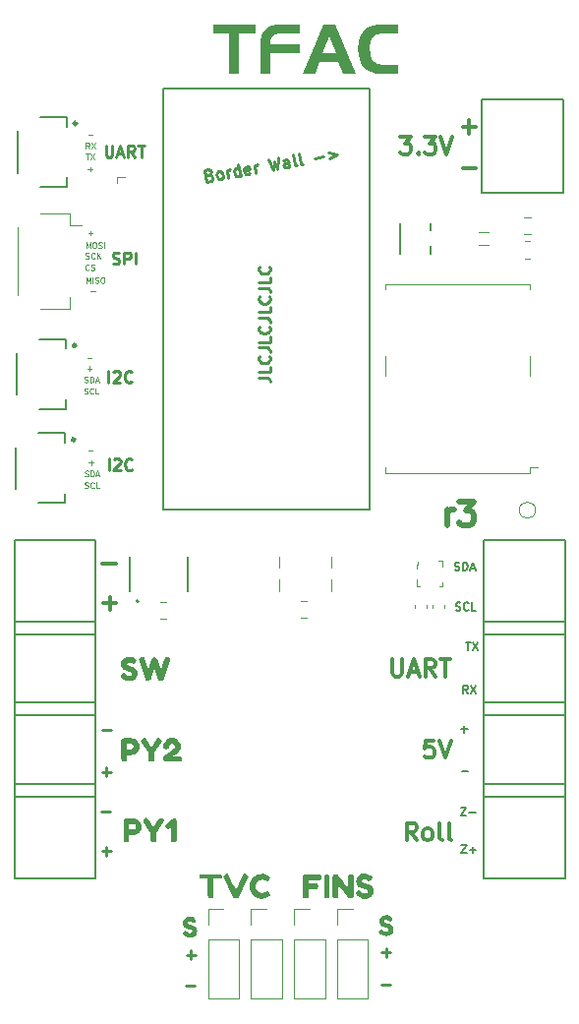
<source format=gbr>
%TF.GenerationSoftware,KiCad,Pcbnew,7.0.5*%
%TF.CreationDate,2023-07-17T20:29:58+05:30*%
%TF.ProjectId,Flight_Computer,466c6967-6874-45f4-936f-6d7075746572,rev?*%
%TF.SameCoordinates,Original*%
%TF.FileFunction,Legend,Top*%
%TF.FilePolarity,Positive*%
%FSLAX46Y46*%
G04 Gerber Fmt 4.6, Leading zero omitted, Abs format (unit mm)*
G04 Created by KiCad (PCBNEW 7.0.5) date 2023-07-17 20:29:58*
%MOMM*%
%LPD*%
G01*
G04 APERTURE LIST*
%ADD10C,0.250000*%
%ADD11C,0.175000*%
%ADD12C,0.125000*%
%ADD13C,0.375000*%
%ADD14C,0.300000*%
%ADD15C,0.500000*%
%ADD16C,0.127000*%
%ADD17C,0.120000*%
%ADD18C,0.100000*%
%ADD19C,0.200000*%
G04 APERTURE END LIST*
D10*
X158963172Y-149904491D02*
X159725077Y-149904491D01*
X159344124Y-150285444D02*
X159344124Y-149523539D01*
D11*
X165341666Y-120431400D02*
X165441666Y-120464733D01*
X165441666Y-120464733D02*
X165608333Y-120464733D01*
X165608333Y-120464733D02*
X165674999Y-120431400D01*
X165674999Y-120431400D02*
X165708333Y-120398066D01*
X165708333Y-120398066D02*
X165741666Y-120331400D01*
X165741666Y-120331400D02*
X165741666Y-120264733D01*
X165741666Y-120264733D02*
X165708333Y-120198066D01*
X165708333Y-120198066D02*
X165674999Y-120164733D01*
X165674999Y-120164733D02*
X165608333Y-120131400D01*
X165608333Y-120131400D02*
X165474999Y-120098066D01*
X165474999Y-120098066D02*
X165408333Y-120064733D01*
X165408333Y-120064733D02*
X165374999Y-120031400D01*
X165374999Y-120031400D02*
X165341666Y-119964733D01*
X165341666Y-119964733D02*
X165341666Y-119898066D01*
X165341666Y-119898066D02*
X165374999Y-119831400D01*
X165374999Y-119831400D02*
X165408333Y-119798066D01*
X165408333Y-119798066D02*
X165474999Y-119764733D01*
X165474999Y-119764733D02*
X165641666Y-119764733D01*
X165641666Y-119764733D02*
X165741666Y-119798066D01*
X166441666Y-120398066D02*
X166408333Y-120431400D01*
X166408333Y-120431400D02*
X166308333Y-120464733D01*
X166308333Y-120464733D02*
X166241666Y-120464733D01*
X166241666Y-120464733D02*
X166141666Y-120431400D01*
X166141666Y-120431400D02*
X166075000Y-120364733D01*
X166075000Y-120364733D02*
X166041666Y-120298066D01*
X166041666Y-120298066D02*
X166008333Y-120164733D01*
X166008333Y-120164733D02*
X166008333Y-120064733D01*
X166008333Y-120064733D02*
X166041666Y-119931400D01*
X166041666Y-119931400D02*
X166075000Y-119864733D01*
X166075000Y-119864733D02*
X166141666Y-119798066D01*
X166141666Y-119798066D02*
X166241666Y-119764733D01*
X166241666Y-119764733D02*
X166308333Y-119764733D01*
X166308333Y-119764733D02*
X166408333Y-119798066D01*
X166408333Y-119798066D02*
X166441666Y-119831400D01*
X167075000Y-120464733D02*
X166741666Y-120464733D01*
X166741666Y-120464733D02*
X166741666Y-119764733D01*
X166216666Y-123189733D02*
X166616666Y-123189733D01*
X166416666Y-123889733D02*
X166416666Y-123189733D01*
X166783333Y-123189733D02*
X167249999Y-123889733D01*
X167249999Y-123189733D02*
X166783333Y-123889733D01*
D12*
X133659523Y-106734333D02*
X134040476Y-106734333D01*
D10*
X148349619Y-100419048D02*
X149063904Y-100419048D01*
X149063904Y-100419048D02*
X149206761Y-100466667D01*
X149206761Y-100466667D02*
X149302000Y-100561905D01*
X149302000Y-100561905D02*
X149349619Y-100704762D01*
X149349619Y-100704762D02*
X149349619Y-100800000D01*
X149349619Y-99466667D02*
X149349619Y-99942857D01*
X149349619Y-99942857D02*
X148349619Y-99942857D01*
X149254380Y-98561905D02*
X149302000Y-98609524D01*
X149302000Y-98609524D02*
X149349619Y-98752381D01*
X149349619Y-98752381D02*
X149349619Y-98847619D01*
X149349619Y-98847619D02*
X149302000Y-98990476D01*
X149302000Y-98990476D02*
X149206761Y-99085714D01*
X149206761Y-99085714D02*
X149111523Y-99133333D01*
X149111523Y-99133333D02*
X148921047Y-99180952D01*
X148921047Y-99180952D02*
X148778190Y-99180952D01*
X148778190Y-99180952D02*
X148587714Y-99133333D01*
X148587714Y-99133333D02*
X148492476Y-99085714D01*
X148492476Y-99085714D02*
X148397238Y-98990476D01*
X148397238Y-98990476D02*
X148349619Y-98847619D01*
X148349619Y-98847619D02*
X148349619Y-98752381D01*
X148349619Y-98752381D02*
X148397238Y-98609524D01*
X148397238Y-98609524D02*
X148444857Y-98561905D01*
X148349619Y-97847619D02*
X149063904Y-97847619D01*
X149063904Y-97847619D02*
X149206761Y-97895238D01*
X149206761Y-97895238D02*
X149302000Y-97990476D01*
X149302000Y-97990476D02*
X149349619Y-98133333D01*
X149349619Y-98133333D02*
X149349619Y-98228571D01*
X149349619Y-96895238D02*
X149349619Y-97371428D01*
X149349619Y-97371428D02*
X148349619Y-97371428D01*
X149254380Y-95990476D02*
X149302000Y-96038095D01*
X149302000Y-96038095D02*
X149349619Y-96180952D01*
X149349619Y-96180952D02*
X149349619Y-96276190D01*
X149349619Y-96276190D02*
X149302000Y-96419047D01*
X149302000Y-96419047D02*
X149206761Y-96514285D01*
X149206761Y-96514285D02*
X149111523Y-96561904D01*
X149111523Y-96561904D02*
X148921047Y-96609523D01*
X148921047Y-96609523D02*
X148778190Y-96609523D01*
X148778190Y-96609523D02*
X148587714Y-96561904D01*
X148587714Y-96561904D02*
X148492476Y-96514285D01*
X148492476Y-96514285D02*
X148397238Y-96419047D01*
X148397238Y-96419047D02*
X148349619Y-96276190D01*
X148349619Y-96276190D02*
X148349619Y-96180952D01*
X148349619Y-96180952D02*
X148397238Y-96038095D01*
X148397238Y-96038095D02*
X148444857Y-95990476D01*
X148349619Y-95276190D02*
X149063904Y-95276190D01*
X149063904Y-95276190D02*
X149206761Y-95323809D01*
X149206761Y-95323809D02*
X149302000Y-95419047D01*
X149302000Y-95419047D02*
X149349619Y-95561904D01*
X149349619Y-95561904D02*
X149349619Y-95657142D01*
X149349619Y-94323809D02*
X149349619Y-94799999D01*
X149349619Y-94799999D02*
X148349619Y-94799999D01*
X149254380Y-93419047D02*
X149302000Y-93466666D01*
X149302000Y-93466666D02*
X149349619Y-93609523D01*
X149349619Y-93609523D02*
X149349619Y-93704761D01*
X149349619Y-93704761D02*
X149302000Y-93847618D01*
X149302000Y-93847618D02*
X149206761Y-93942856D01*
X149206761Y-93942856D02*
X149111523Y-93990475D01*
X149111523Y-93990475D02*
X148921047Y-94038094D01*
X148921047Y-94038094D02*
X148778190Y-94038094D01*
X148778190Y-94038094D02*
X148587714Y-93990475D01*
X148587714Y-93990475D02*
X148492476Y-93942856D01*
X148492476Y-93942856D02*
X148397238Y-93847618D01*
X148397238Y-93847618D02*
X148349619Y-93704761D01*
X148349619Y-93704761D02*
X148349619Y-93609523D01*
X148349619Y-93609523D02*
X148397238Y-93466666D01*
X148397238Y-93466666D02*
X148444857Y-93419047D01*
X148349619Y-92704761D02*
X149063904Y-92704761D01*
X149063904Y-92704761D02*
X149206761Y-92752380D01*
X149206761Y-92752380D02*
X149302000Y-92847618D01*
X149302000Y-92847618D02*
X149349619Y-92990475D01*
X149349619Y-92990475D02*
X149349619Y-93085713D01*
X149349619Y-91752380D02*
X149349619Y-92228570D01*
X149349619Y-92228570D02*
X148349619Y-92228570D01*
X149254380Y-90847618D02*
X149302000Y-90895237D01*
X149302000Y-90895237D02*
X149349619Y-91038094D01*
X149349619Y-91038094D02*
X149349619Y-91133332D01*
X149349619Y-91133332D02*
X149302000Y-91276189D01*
X149302000Y-91276189D02*
X149206761Y-91371427D01*
X149206761Y-91371427D02*
X149111523Y-91419046D01*
X149111523Y-91419046D02*
X148921047Y-91466665D01*
X148921047Y-91466665D02*
X148778190Y-91466665D01*
X148778190Y-91466665D02*
X148587714Y-91419046D01*
X148587714Y-91419046D02*
X148492476Y-91371427D01*
X148492476Y-91371427D02*
X148397238Y-91276189D01*
X148397238Y-91276189D02*
X148349619Y-91133332D01*
X148349619Y-91133332D02*
X148349619Y-91038094D01*
X148349619Y-91038094D02*
X148397238Y-90895237D01*
X148397238Y-90895237D02*
X148444857Y-90847618D01*
D12*
X133329762Y-101801000D02*
X133401190Y-101824809D01*
X133401190Y-101824809D02*
X133520238Y-101824809D01*
X133520238Y-101824809D02*
X133567857Y-101801000D01*
X133567857Y-101801000D02*
X133591666Y-101777190D01*
X133591666Y-101777190D02*
X133615476Y-101729571D01*
X133615476Y-101729571D02*
X133615476Y-101681952D01*
X133615476Y-101681952D02*
X133591666Y-101634333D01*
X133591666Y-101634333D02*
X133567857Y-101610523D01*
X133567857Y-101610523D02*
X133520238Y-101586714D01*
X133520238Y-101586714D02*
X133425000Y-101562904D01*
X133425000Y-101562904D02*
X133377381Y-101539095D01*
X133377381Y-101539095D02*
X133353571Y-101515285D01*
X133353571Y-101515285D02*
X133329762Y-101467666D01*
X133329762Y-101467666D02*
X133329762Y-101420047D01*
X133329762Y-101420047D02*
X133353571Y-101372428D01*
X133353571Y-101372428D02*
X133377381Y-101348619D01*
X133377381Y-101348619D02*
X133425000Y-101324809D01*
X133425000Y-101324809D02*
X133544047Y-101324809D01*
X133544047Y-101324809D02*
X133615476Y-101348619D01*
X134115475Y-101777190D02*
X134091666Y-101801000D01*
X134091666Y-101801000D02*
X134020237Y-101824809D01*
X134020237Y-101824809D02*
X133972618Y-101824809D01*
X133972618Y-101824809D02*
X133901190Y-101801000D01*
X133901190Y-101801000D02*
X133853571Y-101753380D01*
X133853571Y-101753380D02*
X133829761Y-101705761D01*
X133829761Y-101705761D02*
X133805952Y-101610523D01*
X133805952Y-101610523D02*
X133805952Y-101539095D01*
X133805952Y-101539095D02*
X133829761Y-101443857D01*
X133829761Y-101443857D02*
X133853571Y-101396238D01*
X133853571Y-101396238D02*
X133901190Y-101348619D01*
X133901190Y-101348619D02*
X133972618Y-101324809D01*
X133972618Y-101324809D02*
X134020237Y-101324809D01*
X134020237Y-101324809D02*
X134091666Y-101348619D01*
X134091666Y-101348619D02*
X134115475Y-101372428D01*
X134567856Y-101824809D02*
X134329761Y-101824809D01*
X134329761Y-101824809D02*
X134329761Y-101324809D01*
X133734523Y-107734333D02*
X134115476Y-107734333D01*
X133924999Y-107924809D02*
X133924999Y-107543857D01*
D11*
X165783333Y-140664733D02*
X166249999Y-140664733D01*
X166249999Y-140664733D02*
X165783333Y-141364733D01*
X165783333Y-141364733D02*
X166249999Y-141364733D01*
X166516666Y-141098066D02*
X167050000Y-141098066D01*
X166783333Y-141364733D02*
X166783333Y-140831400D01*
D13*
X161950000Y-140249428D02*
X161450000Y-139535142D01*
X161092857Y-140249428D02*
X161092857Y-138749428D01*
X161092857Y-138749428D02*
X161664286Y-138749428D01*
X161664286Y-138749428D02*
X161807143Y-138820857D01*
X161807143Y-138820857D02*
X161878572Y-138892285D01*
X161878572Y-138892285D02*
X161950000Y-139035142D01*
X161950000Y-139035142D02*
X161950000Y-139249428D01*
X161950000Y-139249428D02*
X161878572Y-139392285D01*
X161878572Y-139392285D02*
X161807143Y-139463714D01*
X161807143Y-139463714D02*
X161664286Y-139535142D01*
X161664286Y-139535142D02*
X161092857Y-139535142D01*
X162807143Y-140249428D02*
X162664286Y-140178000D01*
X162664286Y-140178000D02*
X162592857Y-140106571D01*
X162592857Y-140106571D02*
X162521429Y-139963714D01*
X162521429Y-139963714D02*
X162521429Y-139535142D01*
X162521429Y-139535142D02*
X162592857Y-139392285D01*
X162592857Y-139392285D02*
X162664286Y-139320857D01*
X162664286Y-139320857D02*
X162807143Y-139249428D01*
X162807143Y-139249428D02*
X163021429Y-139249428D01*
X163021429Y-139249428D02*
X163164286Y-139320857D01*
X163164286Y-139320857D02*
X163235715Y-139392285D01*
X163235715Y-139392285D02*
X163307143Y-139535142D01*
X163307143Y-139535142D02*
X163307143Y-139963714D01*
X163307143Y-139963714D02*
X163235715Y-140106571D01*
X163235715Y-140106571D02*
X163164286Y-140178000D01*
X163164286Y-140178000D02*
X163021429Y-140249428D01*
X163021429Y-140249428D02*
X162807143Y-140249428D01*
X164164286Y-140249428D02*
X164021429Y-140178000D01*
X164021429Y-140178000D02*
X163950000Y-140035142D01*
X163950000Y-140035142D02*
X163950000Y-138749428D01*
X164950000Y-140249428D02*
X164807143Y-140178000D01*
X164807143Y-140178000D02*
X164735714Y-140035142D01*
X164735714Y-140035142D02*
X164735714Y-138749428D01*
D14*
X160535714Y-79678328D02*
X161464286Y-79678328D01*
X161464286Y-79678328D02*
X160964286Y-80249757D01*
X160964286Y-80249757D02*
X161178571Y-80249757D01*
X161178571Y-80249757D02*
X161321429Y-80321185D01*
X161321429Y-80321185D02*
X161392857Y-80392614D01*
X161392857Y-80392614D02*
X161464286Y-80535471D01*
X161464286Y-80535471D02*
X161464286Y-80892614D01*
X161464286Y-80892614D02*
X161392857Y-81035471D01*
X161392857Y-81035471D02*
X161321429Y-81106900D01*
X161321429Y-81106900D02*
X161178571Y-81178328D01*
X161178571Y-81178328D02*
X160750000Y-81178328D01*
X160750000Y-81178328D02*
X160607143Y-81106900D01*
X160607143Y-81106900D02*
X160535714Y-81035471D01*
X162107142Y-81035471D02*
X162178571Y-81106900D01*
X162178571Y-81106900D02*
X162107142Y-81178328D01*
X162107142Y-81178328D02*
X162035714Y-81106900D01*
X162035714Y-81106900D02*
X162107142Y-81035471D01*
X162107142Y-81035471D02*
X162107142Y-81178328D01*
X162678571Y-79678328D02*
X163607143Y-79678328D01*
X163607143Y-79678328D02*
X163107143Y-80249757D01*
X163107143Y-80249757D02*
X163321428Y-80249757D01*
X163321428Y-80249757D02*
X163464286Y-80321185D01*
X163464286Y-80321185D02*
X163535714Y-80392614D01*
X163535714Y-80392614D02*
X163607143Y-80535471D01*
X163607143Y-80535471D02*
X163607143Y-80892614D01*
X163607143Y-80892614D02*
X163535714Y-81035471D01*
X163535714Y-81035471D02*
X163464286Y-81106900D01*
X163464286Y-81106900D02*
X163321428Y-81178328D01*
X163321428Y-81178328D02*
X162892857Y-81178328D01*
X162892857Y-81178328D02*
X162750000Y-81106900D01*
X162750000Y-81106900D02*
X162678571Y-81035471D01*
X164035714Y-79678328D02*
X164535714Y-81178328D01*
X164535714Y-81178328D02*
X165035714Y-79678328D01*
D13*
X134903571Y-116428000D02*
X136046429Y-116428000D01*
D12*
X133469048Y-81149809D02*
X133754762Y-81149809D01*
X133611905Y-81649809D02*
X133611905Y-81149809D01*
X133873809Y-81149809D02*
X134207142Y-81649809D01*
X134207142Y-81149809D02*
X133873809Y-81649809D01*
X133392858Y-108901000D02*
X133464286Y-108924809D01*
X133464286Y-108924809D02*
X133583334Y-108924809D01*
X133583334Y-108924809D02*
X133630953Y-108901000D01*
X133630953Y-108901000D02*
X133654762Y-108877190D01*
X133654762Y-108877190D02*
X133678572Y-108829571D01*
X133678572Y-108829571D02*
X133678572Y-108781952D01*
X133678572Y-108781952D02*
X133654762Y-108734333D01*
X133654762Y-108734333D02*
X133630953Y-108710523D01*
X133630953Y-108710523D02*
X133583334Y-108686714D01*
X133583334Y-108686714D02*
X133488096Y-108662904D01*
X133488096Y-108662904D02*
X133440477Y-108639095D01*
X133440477Y-108639095D02*
X133416667Y-108615285D01*
X133416667Y-108615285D02*
X133392858Y-108567666D01*
X133392858Y-108567666D02*
X133392858Y-108520047D01*
X133392858Y-108520047D02*
X133416667Y-108472428D01*
X133416667Y-108472428D02*
X133440477Y-108448619D01*
X133440477Y-108448619D02*
X133488096Y-108424809D01*
X133488096Y-108424809D02*
X133607143Y-108424809D01*
X133607143Y-108424809D02*
X133678572Y-108448619D01*
X133892857Y-108924809D02*
X133892857Y-108424809D01*
X133892857Y-108424809D02*
X134011905Y-108424809D01*
X134011905Y-108424809D02*
X134083333Y-108448619D01*
X134083333Y-108448619D02*
X134130952Y-108496238D01*
X134130952Y-108496238D02*
X134154762Y-108543857D01*
X134154762Y-108543857D02*
X134178571Y-108639095D01*
X134178571Y-108639095D02*
X134178571Y-108710523D01*
X134178571Y-108710523D02*
X134154762Y-108805761D01*
X134154762Y-108805761D02*
X134130952Y-108853380D01*
X134130952Y-108853380D02*
X134083333Y-108901000D01*
X134083333Y-108901000D02*
X134011905Y-108924809D01*
X134011905Y-108924809D02*
X133892857Y-108924809D01*
X134369048Y-108781952D02*
X134607143Y-108781952D01*
X134321429Y-108924809D02*
X134488095Y-108424809D01*
X134488095Y-108424809D02*
X134654762Y-108924809D01*
D10*
X134869048Y-141168666D02*
X135630953Y-141168666D01*
X135250000Y-141549619D02*
X135250000Y-140787714D01*
X134844048Y-134368666D02*
X135605953Y-134368666D01*
X135225000Y-134749619D02*
X135225000Y-133987714D01*
D11*
X165758333Y-137389733D02*
X166224999Y-137389733D01*
X166224999Y-137389733D02*
X165758333Y-138089733D01*
X165758333Y-138089733D02*
X166224999Y-138089733D01*
X166491666Y-137823066D02*
X167025000Y-137823066D01*
D10*
X135776191Y-90602000D02*
X135919048Y-90649619D01*
X135919048Y-90649619D02*
X136157143Y-90649619D01*
X136157143Y-90649619D02*
X136252381Y-90602000D01*
X136252381Y-90602000D02*
X136300000Y-90554380D01*
X136300000Y-90554380D02*
X136347619Y-90459142D01*
X136347619Y-90459142D02*
X136347619Y-90363904D01*
X136347619Y-90363904D02*
X136300000Y-90268666D01*
X136300000Y-90268666D02*
X136252381Y-90221047D01*
X136252381Y-90221047D02*
X136157143Y-90173428D01*
X136157143Y-90173428D02*
X135966667Y-90125809D01*
X135966667Y-90125809D02*
X135871429Y-90078190D01*
X135871429Y-90078190D02*
X135823810Y-90030571D01*
X135823810Y-90030571D02*
X135776191Y-89935333D01*
X135776191Y-89935333D02*
X135776191Y-89840095D01*
X135776191Y-89840095D02*
X135823810Y-89744857D01*
X135823810Y-89744857D02*
X135871429Y-89697238D01*
X135871429Y-89697238D02*
X135966667Y-89649619D01*
X135966667Y-89649619D02*
X136204762Y-89649619D01*
X136204762Y-89649619D02*
X136347619Y-89697238D01*
X136776191Y-90649619D02*
X136776191Y-89649619D01*
X136776191Y-89649619D02*
X137157143Y-89649619D01*
X137157143Y-89649619D02*
X137252381Y-89697238D01*
X137252381Y-89697238D02*
X137300000Y-89744857D01*
X137300000Y-89744857D02*
X137347619Y-89840095D01*
X137347619Y-89840095D02*
X137347619Y-89982952D01*
X137347619Y-89982952D02*
X137300000Y-90078190D01*
X137300000Y-90078190D02*
X137252381Y-90125809D01*
X137252381Y-90125809D02*
X137157143Y-90173428D01*
X137157143Y-90173428D02*
X136776191Y-90173428D01*
X137776191Y-90649619D02*
X137776191Y-89649619D01*
X134819048Y-137743666D02*
X135580953Y-137743666D01*
D11*
X165833333Y-134323066D02*
X166366667Y-134323066D01*
D10*
X158963172Y-152654491D02*
X159725077Y-152654491D01*
D12*
X133716666Y-91127190D02*
X133692857Y-91151000D01*
X133692857Y-91151000D02*
X133621428Y-91174809D01*
X133621428Y-91174809D02*
X133573809Y-91174809D01*
X133573809Y-91174809D02*
X133502381Y-91151000D01*
X133502381Y-91151000D02*
X133454762Y-91103380D01*
X133454762Y-91103380D02*
X133430952Y-91055761D01*
X133430952Y-91055761D02*
X133407143Y-90960523D01*
X133407143Y-90960523D02*
X133407143Y-90889095D01*
X133407143Y-90889095D02*
X133430952Y-90793857D01*
X133430952Y-90793857D02*
X133454762Y-90746238D01*
X133454762Y-90746238D02*
X133502381Y-90698619D01*
X133502381Y-90698619D02*
X133573809Y-90674809D01*
X133573809Y-90674809D02*
X133621428Y-90674809D01*
X133621428Y-90674809D02*
X133692857Y-90698619D01*
X133692857Y-90698619D02*
X133716666Y-90722428D01*
X133907143Y-91151000D02*
X133978571Y-91174809D01*
X133978571Y-91174809D02*
X134097619Y-91174809D01*
X134097619Y-91174809D02*
X134145238Y-91151000D01*
X134145238Y-91151000D02*
X134169047Y-91127190D01*
X134169047Y-91127190D02*
X134192857Y-91079571D01*
X134192857Y-91079571D02*
X134192857Y-91031952D01*
X134192857Y-91031952D02*
X134169047Y-90984333D01*
X134169047Y-90984333D02*
X134145238Y-90960523D01*
X134145238Y-90960523D02*
X134097619Y-90936714D01*
X134097619Y-90936714D02*
X134002381Y-90912904D01*
X134002381Y-90912904D02*
X133954762Y-90889095D01*
X133954762Y-90889095D02*
X133930952Y-90865285D01*
X133930952Y-90865285D02*
X133907143Y-90817666D01*
X133907143Y-90817666D02*
X133907143Y-90770047D01*
X133907143Y-90770047D02*
X133930952Y-90722428D01*
X133930952Y-90722428D02*
X133954762Y-90698619D01*
X133954762Y-90698619D02*
X134002381Y-90674809D01*
X134002381Y-90674809D02*
X134121428Y-90674809D01*
X134121428Y-90674809D02*
X134192857Y-90698619D01*
X133584523Y-98734333D02*
X133965476Y-98734333D01*
X133659523Y-79559333D02*
X134040476Y-79559333D01*
D11*
X165250000Y-116981400D02*
X165350000Y-117014733D01*
X165350000Y-117014733D02*
X165516667Y-117014733D01*
X165516667Y-117014733D02*
X165583333Y-116981400D01*
X165583333Y-116981400D02*
X165616667Y-116948066D01*
X165616667Y-116948066D02*
X165650000Y-116881400D01*
X165650000Y-116881400D02*
X165650000Y-116814733D01*
X165650000Y-116814733D02*
X165616667Y-116748066D01*
X165616667Y-116748066D02*
X165583333Y-116714733D01*
X165583333Y-116714733D02*
X165516667Y-116681400D01*
X165516667Y-116681400D02*
X165383333Y-116648066D01*
X165383333Y-116648066D02*
X165316667Y-116614733D01*
X165316667Y-116614733D02*
X165283333Y-116581400D01*
X165283333Y-116581400D02*
X165250000Y-116514733D01*
X165250000Y-116514733D02*
X165250000Y-116448066D01*
X165250000Y-116448066D02*
X165283333Y-116381400D01*
X165283333Y-116381400D02*
X165316667Y-116348066D01*
X165316667Y-116348066D02*
X165383333Y-116314733D01*
X165383333Y-116314733D02*
X165550000Y-116314733D01*
X165550000Y-116314733D02*
X165650000Y-116348066D01*
X165950000Y-117014733D02*
X165950000Y-116314733D01*
X165950000Y-116314733D02*
X166116667Y-116314733D01*
X166116667Y-116314733D02*
X166216667Y-116348066D01*
X166216667Y-116348066D02*
X166283334Y-116414733D01*
X166283334Y-116414733D02*
X166316667Y-116481400D01*
X166316667Y-116481400D02*
X166350000Y-116614733D01*
X166350000Y-116614733D02*
X166350000Y-116714733D01*
X166350000Y-116714733D02*
X166316667Y-116848066D01*
X166316667Y-116848066D02*
X166283334Y-116914733D01*
X166283334Y-116914733D02*
X166216667Y-116981400D01*
X166216667Y-116981400D02*
X166116667Y-117014733D01*
X166116667Y-117014733D02*
X165950000Y-117014733D01*
X166616667Y-116814733D02*
X166950000Y-116814733D01*
X166550000Y-117014733D02*
X166783334Y-116314733D01*
X166783334Y-116314733D02*
X167016667Y-117014733D01*
D10*
X142138172Y-150094491D02*
X142900077Y-150094491D01*
X142519124Y-150475444D02*
X142519124Y-149713539D01*
D14*
X165928571Y-82356900D02*
X167071429Y-82356900D01*
D11*
X165808333Y-130698066D02*
X166341667Y-130698066D01*
X166075000Y-130964733D02*
X166075000Y-130431400D01*
D15*
X164579762Y-113099238D02*
X164579762Y-111765904D01*
X164579762Y-112146857D02*
X164675000Y-111956380D01*
X164675000Y-111956380D02*
X164770238Y-111861142D01*
X164770238Y-111861142D02*
X164960714Y-111765904D01*
X164960714Y-111765904D02*
X165151191Y-111765904D01*
X165627381Y-111099238D02*
X166865476Y-111099238D01*
X166865476Y-111099238D02*
X166198809Y-111861142D01*
X166198809Y-111861142D02*
X166484524Y-111861142D01*
X166484524Y-111861142D02*
X166675000Y-111956380D01*
X166675000Y-111956380D02*
X166770238Y-112051619D01*
X166770238Y-112051619D02*
X166865476Y-112242095D01*
X166865476Y-112242095D02*
X166865476Y-112718285D01*
X166865476Y-112718285D02*
X166770238Y-112908761D01*
X166770238Y-112908761D02*
X166675000Y-113004000D01*
X166675000Y-113004000D02*
X166484524Y-113099238D01*
X166484524Y-113099238D02*
X165913095Y-113099238D01*
X165913095Y-113099238D02*
X165722619Y-113004000D01*
X165722619Y-113004000D02*
X165627381Y-112908761D01*
D11*
X166383333Y-127614733D02*
X166150000Y-127281400D01*
X165983333Y-127614733D02*
X165983333Y-126914733D01*
X165983333Y-126914733D02*
X166250000Y-126914733D01*
X166250000Y-126914733D02*
X166316667Y-126948066D01*
X166316667Y-126948066D02*
X166350000Y-126981400D01*
X166350000Y-126981400D02*
X166383333Y-127048066D01*
X166383333Y-127048066D02*
X166383333Y-127148066D01*
X166383333Y-127148066D02*
X166350000Y-127214733D01*
X166350000Y-127214733D02*
X166316667Y-127248066D01*
X166316667Y-127248066D02*
X166250000Y-127281400D01*
X166250000Y-127281400D02*
X165983333Y-127281400D01*
X166616667Y-126914733D02*
X167083333Y-127614733D01*
X167083333Y-126914733D02*
X166616667Y-127614733D01*
D14*
X165928571Y-78856900D02*
X167071429Y-78856900D01*
X166500000Y-79428328D02*
X166500000Y-78285471D01*
D12*
X133766666Y-80724809D02*
X133600000Y-80486714D01*
X133480952Y-80724809D02*
X133480952Y-80224809D01*
X133480952Y-80224809D02*
X133671428Y-80224809D01*
X133671428Y-80224809D02*
X133719047Y-80248619D01*
X133719047Y-80248619D02*
X133742857Y-80272428D01*
X133742857Y-80272428D02*
X133766666Y-80320047D01*
X133766666Y-80320047D02*
X133766666Y-80391476D01*
X133766666Y-80391476D02*
X133742857Y-80439095D01*
X133742857Y-80439095D02*
X133719047Y-80462904D01*
X133719047Y-80462904D02*
X133671428Y-80486714D01*
X133671428Y-80486714D02*
X133480952Y-80486714D01*
X133933333Y-80224809D02*
X134266666Y-80724809D01*
X134266666Y-80224809D02*
X133933333Y-80724809D01*
X133634523Y-82484333D02*
X134015476Y-82484333D01*
X133824999Y-82674809D02*
X133824999Y-82293857D01*
D10*
X135179762Y-80424619D02*
X135179762Y-81234142D01*
X135179762Y-81234142D02*
X135227381Y-81329380D01*
X135227381Y-81329380D02*
X135275000Y-81377000D01*
X135275000Y-81377000D02*
X135370238Y-81424619D01*
X135370238Y-81424619D02*
X135560714Y-81424619D01*
X135560714Y-81424619D02*
X135655952Y-81377000D01*
X135655952Y-81377000D02*
X135703571Y-81329380D01*
X135703571Y-81329380D02*
X135751190Y-81234142D01*
X135751190Y-81234142D02*
X135751190Y-80424619D01*
X136179762Y-81138904D02*
X136655952Y-81138904D01*
X136084524Y-81424619D02*
X136417857Y-80424619D01*
X136417857Y-80424619D02*
X136751190Y-81424619D01*
X137655952Y-81424619D02*
X137322619Y-80948428D01*
X137084524Y-81424619D02*
X137084524Y-80424619D01*
X137084524Y-80424619D02*
X137465476Y-80424619D01*
X137465476Y-80424619D02*
X137560714Y-80472238D01*
X137560714Y-80472238D02*
X137608333Y-80519857D01*
X137608333Y-80519857D02*
X137655952Y-80615095D01*
X137655952Y-80615095D02*
X137655952Y-80757952D01*
X137655952Y-80757952D02*
X137608333Y-80853190D01*
X137608333Y-80853190D02*
X137560714Y-80900809D01*
X137560714Y-80900809D02*
X137465476Y-80948428D01*
X137465476Y-80948428D02*
X137084524Y-80948428D01*
X137941667Y-80424619D02*
X138513095Y-80424619D01*
X138227381Y-81424619D02*
X138227381Y-80424619D01*
D12*
X133432143Y-90151000D02*
X133503571Y-90174809D01*
X133503571Y-90174809D02*
X133622619Y-90174809D01*
X133622619Y-90174809D02*
X133670238Y-90151000D01*
X133670238Y-90151000D02*
X133694047Y-90127190D01*
X133694047Y-90127190D02*
X133717857Y-90079571D01*
X133717857Y-90079571D02*
X133717857Y-90031952D01*
X133717857Y-90031952D02*
X133694047Y-89984333D01*
X133694047Y-89984333D02*
X133670238Y-89960523D01*
X133670238Y-89960523D02*
X133622619Y-89936714D01*
X133622619Y-89936714D02*
X133527381Y-89912904D01*
X133527381Y-89912904D02*
X133479762Y-89889095D01*
X133479762Y-89889095D02*
X133455952Y-89865285D01*
X133455952Y-89865285D02*
X133432143Y-89817666D01*
X133432143Y-89817666D02*
X133432143Y-89770047D01*
X133432143Y-89770047D02*
X133455952Y-89722428D01*
X133455952Y-89722428D02*
X133479762Y-89698619D01*
X133479762Y-89698619D02*
X133527381Y-89674809D01*
X133527381Y-89674809D02*
X133646428Y-89674809D01*
X133646428Y-89674809D02*
X133717857Y-89698619D01*
X134217856Y-90127190D02*
X134194047Y-90151000D01*
X134194047Y-90151000D02*
X134122618Y-90174809D01*
X134122618Y-90174809D02*
X134074999Y-90174809D01*
X134074999Y-90174809D02*
X134003571Y-90151000D01*
X134003571Y-90151000D02*
X133955952Y-90103380D01*
X133955952Y-90103380D02*
X133932142Y-90055761D01*
X133932142Y-90055761D02*
X133908333Y-89960523D01*
X133908333Y-89960523D02*
X133908333Y-89889095D01*
X133908333Y-89889095D02*
X133932142Y-89793857D01*
X133932142Y-89793857D02*
X133955952Y-89746238D01*
X133955952Y-89746238D02*
X134003571Y-89698619D01*
X134003571Y-89698619D02*
X134074999Y-89674809D01*
X134074999Y-89674809D02*
X134122618Y-89674809D01*
X134122618Y-89674809D02*
X134194047Y-89698619D01*
X134194047Y-89698619D02*
X134217856Y-89722428D01*
X134432142Y-90174809D02*
X134432142Y-89674809D01*
X134717856Y-90174809D02*
X134503571Y-89889095D01*
X134717856Y-89674809D02*
X134432142Y-89960523D01*
X133379762Y-109901000D02*
X133451190Y-109924809D01*
X133451190Y-109924809D02*
X133570238Y-109924809D01*
X133570238Y-109924809D02*
X133617857Y-109901000D01*
X133617857Y-109901000D02*
X133641666Y-109877190D01*
X133641666Y-109877190D02*
X133665476Y-109829571D01*
X133665476Y-109829571D02*
X133665476Y-109781952D01*
X133665476Y-109781952D02*
X133641666Y-109734333D01*
X133641666Y-109734333D02*
X133617857Y-109710523D01*
X133617857Y-109710523D02*
X133570238Y-109686714D01*
X133570238Y-109686714D02*
X133475000Y-109662904D01*
X133475000Y-109662904D02*
X133427381Y-109639095D01*
X133427381Y-109639095D02*
X133403571Y-109615285D01*
X133403571Y-109615285D02*
X133379762Y-109567666D01*
X133379762Y-109567666D02*
X133379762Y-109520047D01*
X133379762Y-109520047D02*
X133403571Y-109472428D01*
X133403571Y-109472428D02*
X133427381Y-109448619D01*
X133427381Y-109448619D02*
X133475000Y-109424809D01*
X133475000Y-109424809D02*
X133594047Y-109424809D01*
X133594047Y-109424809D02*
X133665476Y-109448619D01*
X134165475Y-109877190D02*
X134141666Y-109901000D01*
X134141666Y-109901000D02*
X134070237Y-109924809D01*
X134070237Y-109924809D02*
X134022618Y-109924809D01*
X134022618Y-109924809D02*
X133951190Y-109901000D01*
X133951190Y-109901000D02*
X133903571Y-109853380D01*
X133903571Y-109853380D02*
X133879761Y-109805761D01*
X133879761Y-109805761D02*
X133855952Y-109710523D01*
X133855952Y-109710523D02*
X133855952Y-109639095D01*
X133855952Y-109639095D02*
X133879761Y-109543857D01*
X133879761Y-109543857D02*
X133903571Y-109496238D01*
X133903571Y-109496238D02*
X133951190Y-109448619D01*
X133951190Y-109448619D02*
X134022618Y-109424809D01*
X134022618Y-109424809D02*
X134070237Y-109424809D01*
X134070237Y-109424809D02*
X134141666Y-109448619D01*
X134141666Y-109448619D02*
X134165475Y-109472428D01*
X134617856Y-109924809D02*
X134379761Y-109924809D01*
X134379761Y-109924809D02*
X134379761Y-109424809D01*
D10*
X144110254Y-82973036D02*
X144259210Y-82995124D01*
X144259210Y-82995124D02*
X144314374Y-83033751D01*
X144314374Y-83033751D02*
X144377808Y-83119273D01*
X144377808Y-83119273D02*
X144402615Y-83259960D01*
X144402615Y-83259960D02*
X144372257Y-83362020D01*
X144372257Y-83362020D02*
X144333630Y-83417185D01*
X144333630Y-83417185D02*
X144248108Y-83480618D01*
X144248108Y-83480618D02*
X143872943Y-83546770D01*
X143872943Y-83546770D02*
X143699295Y-82561962D01*
X143699295Y-82561962D02*
X144027564Y-82504080D01*
X144027564Y-82504080D02*
X144129624Y-82534437D01*
X144129624Y-82534437D02*
X144184789Y-82573064D01*
X144184789Y-82573064D02*
X144248223Y-82658586D01*
X144248223Y-82658586D02*
X144264760Y-82752377D01*
X144264760Y-82752377D02*
X144234403Y-82854438D01*
X144234403Y-82854438D02*
X144195776Y-82909602D01*
X144195776Y-82909602D02*
X144110254Y-82973036D01*
X144110254Y-82973036D02*
X143781985Y-83030918D01*
X144998438Y-83348315D02*
X144896378Y-83317957D01*
X144896378Y-83317957D02*
X144841213Y-83279331D01*
X144841213Y-83279331D02*
X144777779Y-83193808D01*
X144777779Y-83193808D02*
X144728166Y-82912435D01*
X144728166Y-82912435D02*
X144758523Y-82810375D01*
X144758523Y-82810375D02*
X144797150Y-82755210D01*
X144797150Y-82755210D02*
X144882672Y-82691776D01*
X144882672Y-82691776D02*
X145023359Y-82666970D01*
X145023359Y-82666970D02*
X145125419Y-82697327D01*
X145125419Y-82697327D02*
X145180584Y-82735954D01*
X145180584Y-82735954D02*
X145244017Y-82821476D01*
X145244017Y-82821476D02*
X145293631Y-83102850D01*
X145293631Y-83102850D02*
X145263273Y-83204910D01*
X145263273Y-83204910D02*
X145224647Y-83260075D01*
X145224647Y-83260075D02*
X145139125Y-83323508D01*
X145139125Y-83323508D02*
X144998438Y-83348315D01*
X145748768Y-83216012D02*
X145633002Y-82559473D01*
X145666078Y-82747056D02*
X145696436Y-82644995D01*
X145696436Y-82644995D02*
X145735062Y-82589831D01*
X145735062Y-82589831D02*
X145820585Y-82526397D01*
X145820585Y-82526397D02*
X145914376Y-82509859D01*
X146780471Y-83034094D02*
X146606823Y-82049287D01*
X146772202Y-82987199D02*
X146686680Y-83050632D01*
X146686680Y-83050632D02*
X146499098Y-83083708D01*
X146499098Y-83083708D02*
X146397037Y-83053350D01*
X146397037Y-83053350D02*
X146341873Y-83014724D01*
X146341873Y-83014724D02*
X146278439Y-82929202D01*
X146278439Y-82929202D02*
X146228826Y-82647828D01*
X146228826Y-82647828D02*
X146259183Y-82545768D01*
X146259183Y-82545768D02*
X146297810Y-82490603D01*
X146297810Y-82490603D02*
X146383332Y-82427170D01*
X146383332Y-82427170D02*
X146570915Y-82394094D01*
X146570915Y-82394094D02*
X146672975Y-82424451D01*
X147616323Y-82838357D02*
X147530801Y-82901791D01*
X147530801Y-82901791D02*
X147343219Y-82934867D01*
X147343219Y-82934867D02*
X147241158Y-82904509D01*
X147241158Y-82904509D02*
X147177725Y-82818987D01*
X147177725Y-82818987D02*
X147111573Y-82443822D01*
X147111573Y-82443822D02*
X147141931Y-82341762D01*
X147141931Y-82341762D02*
X147227453Y-82278328D01*
X147227453Y-82278328D02*
X147415036Y-82245253D01*
X147415036Y-82245253D02*
X147517096Y-82275610D01*
X147517096Y-82275610D02*
X147580529Y-82361132D01*
X147580529Y-82361132D02*
X147597067Y-82454924D01*
X147597067Y-82454924D02*
X147144649Y-82631404D01*
X148093549Y-82802563D02*
X147977783Y-82146025D01*
X148010859Y-82333607D02*
X148041217Y-82231547D01*
X148041217Y-82231547D02*
X148079843Y-82176383D01*
X148079843Y-82176383D02*
X148165366Y-82112949D01*
X148165366Y-82112949D02*
X148259157Y-82096411D01*
X149186082Y-81594494D02*
X149594209Y-82537957D01*
X149594209Y-82537957D02*
X149657757Y-81801447D01*
X149657757Y-81801447D02*
X149969373Y-82471805D01*
X149969373Y-82471805D02*
X150030203Y-81445652D01*
X151001077Y-82289888D02*
X150910118Y-81774036D01*
X150910118Y-81774036D02*
X150846685Y-81688514D01*
X150846685Y-81688514D02*
X150744624Y-81658156D01*
X150744624Y-81658156D02*
X150557042Y-81691232D01*
X150557042Y-81691232D02*
X150471520Y-81754666D01*
X150992808Y-82242992D02*
X150907285Y-82306426D01*
X150907285Y-82306426D02*
X150672807Y-82347771D01*
X150672807Y-82347771D02*
X150570747Y-82317413D01*
X150570747Y-82317413D02*
X150507314Y-82231891D01*
X150507314Y-82231891D02*
X150490776Y-82138099D01*
X150490776Y-82138099D02*
X150521133Y-82036039D01*
X150521133Y-82036039D02*
X150606656Y-81972606D01*
X150606656Y-81972606D02*
X150841134Y-81931261D01*
X150841134Y-81931261D02*
X150926656Y-81867827D01*
X151610720Y-82182391D02*
X151508659Y-82152034D01*
X151508659Y-82152034D02*
X151445226Y-82066511D01*
X151445226Y-82066511D02*
X151296385Y-81222390D01*
X152126572Y-82091433D02*
X152024512Y-82061075D01*
X152024512Y-82061075D02*
X151961078Y-81975553D01*
X151961078Y-81975553D02*
X151812237Y-81131432D01*
X153185915Y-81517813D02*
X153936245Y-81385509D01*
X154355587Y-81021446D02*
X155155531Y-81170516D01*
X155155531Y-81170516D02*
X154454815Y-81584193D01*
D12*
X133489285Y-92274809D02*
X133489285Y-91774809D01*
X133489285Y-91774809D02*
X133655952Y-92131952D01*
X133655952Y-92131952D02*
X133822618Y-91774809D01*
X133822618Y-91774809D02*
X133822618Y-92274809D01*
X134060714Y-92274809D02*
X134060714Y-91774809D01*
X134275000Y-92251000D02*
X134346428Y-92274809D01*
X134346428Y-92274809D02*
X134465476Y-92274809D01*
X134465476Y-92274809D02*
X134513095Y-92251000D01*
X134513095Y-92251000D02*
X134536904Y-92227190D01*
X134536904Y-92227190D02*
X134560714Y-92179571D01*
X134560714Y-92179571D02*
X134560714Y-92131952D01*
X134560714Y-92131952D02*
X134536904Y-92084333D01*
X134536904Y-92084333D02*
X134513095Y-92060523D01*
X134513095Y-92060523D02*
X134465476Y-92036714D01*
X134465476Y-92036714D02*
X134370238Y-92012904D01*
X134370238Y-92012904D02*
X134322619Y-91989095D01*
X134322619Y-91989095D02*
X134298809Y-91965285D01*
X134298809Y-91965285D02*
X134275000Y-91917666D01*
X134275000Y-91917666D02*
X134275000Y-91870047D01*
X134275000Y-91870047D02*
X134298809Y-91822428D01*
X134298809Y-91822428D02*
X134322619Y-91798619D01*
X134322619Y-91798619D02*
X134370238Y-91774809D01*
X134370238Y-91774809D02*
X134489285Y-91774809D01*
X134489285Y-91774809D02*
X134560714Y-91798619D01*
X134870237Y-91774809D02*
X134965475Y-91774809D01*
X134965475Y-91774809D02*
X135013094Y-91798619D01*
X135013094Y-91798619D02*
X135060713Y-91846238D01*
X135060713Y-91846238D02*
X135084523Y-91941476D01*
X135084523Y-91941476D02*
X135084523Y-92108142D01*
X135084523Y-92108142D02*
X135060713Y-92203380D01*
X135060713Y-92203380D02*
X135013094Y-92251000D01*
X135013094Y-92251000D02*
X134965475Y-92274809D01*
X134965475Y-92274809D02*
X134870237Y-92274809D01*
X134870237Y-92274809D02*
X134822618Y-92251000D01*
X134822618Y-92251000D02*
X134774999Y-92203380D01*
X134774999Y-92203380D02*
X134751190Y-92108142D01*
X134751190Y-92108142D02*
X134751190Y-91941476D01*
X134751190Y-91941476D02*
X134774999Y-91846238D01*
X134774999Y-91846238D02*
X134822618Y-91798619D01*
X134822618Y-91798619D02*
X134870237Y-91774809D01*
X133489285Y-89274809D02*
X133489285Y-88774809D01*
X133489285Y-88774809D02*
X133655952Y-89131952D01*
X133655952Y-89131952D02*
X133822618Y-88774809D01*
X133822618Y-88774809D02*
X133822618Y-89274809D01*
X134155952Y-88774809D02*
X134251190Y-88774809D01*
X134251190Y-88774809D02*
X134298809Y-88798619D01*
X134298809Y-88798619D02*
X134346428Y-88846238D01*
X134346428Y-88846238D02*
X134370238Y-88941476D01*
X134370238Y-88941476D02*
X134370238Y-89108142D01*
X134370238Y-89108142D02*
X134346428Y-89203380D01*
X134346428Y-89203380D02*
X134298809Y-89251000D01*
X134298809Y-89251000D02*
X134251190Y-89274809D01*
X134251190Y-89274809D02*
X134155952Y-89274809D01*
X134155952Y-89274809D02*
X134108333Y-89251000D01*
X134108333Y-89251000D02*
X134060714Y-89203380D01*
X134060714Y-89203380D02*
X134036905Y-89108142D01*
X134036905Y-89108142D02*
X134036905Y-88941476D01*
X134036905Y-88941476D02*
X134060714Y-88846238D01*
X134060714Y-88846238D02*
X134108333Y-88798619D01*
X134108333Y-88798619D02*
X134155952Y-88774809D01*
X134560715Y-89251000D02*
X134632143Y-89274809D01*
X134632143Y-89274809D02*
X134751191Y-89274809D01*
X134751191Y-89274809D02*
X134798810Y-89251000D01*
X134798810Y-89251000D02*
X134822619Y-89227190D01*
X134822619Y-89227190D02*
X134846429Y-89179571D01*
X134846429Y-89179571D02*
X134846429Y-89131952D01*
X134846429Y-89131952D02*
X134822619Y-89084333D01*
X134822619Y-89084333D02*
X134798810Y-89060523D01*
X134798810Y-89060523D02*
X134751191Y-89036714D01*
X134751191Y-89036714D02*
X134655953Y-89012904D01*
X134655953Y-89012904D02*
X134608334Y-88989095D01*
X134608334Y-88989095D02*
X134584524Y-88965285D01*
X134584524Y-88965285D02*
X134560715Y-88917666D01*
X134560715Y-88917666D02*
X134560715Y-88870047D01*
X134560715Y-88870047D02*
X134584524Y-88822428D01*
X134584524Y-88822428D02*
X134608334Y-88798619D01*
X134608334Y-88798619D02*
X134655953Y-88774809D01*
X134655953Y-88774809D02*
X134775000Y-88774809D01*
X134775000Y-88774809D02*
X134846429Y-88798619D01*
X135060714Y-89274809D02*
X135060714Y-88774809D01*
D10*
X135423810Y-100849619D02*
X135423810Y-99849619D01*
X135852381Y-99944857D02*
X135900000Y-99897238D01*
X135900000Y-99897238D02*
X135995238Y-99849619D01*
X135995238Y-99849619D02*
X136233333Y-99849619D01*
X136233333Y-99849619D02*
X136328571Y-99897238D01*
X136328571Y-99897238D02*
X136376190Y-99944857D01*
X136376190Y-99944857D02*
X136423809Y-100040095D01*
X136423809Y-100040095D02*
X136423809Y-100135333D01*
X136423809Y-100135333D02*
X136376190Y-100278190D01*
X136376190Y-100278190D02*
X135804762Y-100849619D01*
X135804762Y-100849619D02*
X136423809Y-100849619D01*
X137423809Y-100754380D02*
X137376190Y-100802000D01*
X137376190Y-100802000D02*
X137233333Y-100849619D01*
X137233333Y-100849619D02*
X137138095Y-100849619D01*
X137138095Y-100849619D02*
X136995238Y-100802000D01*
X136995238Y-100802000D02*
X136900000Y-100706761D01*
X136900000Y-100706761D02*
X136852381Y-100611523D01*
X136852381Y-100611523D02*
X136804762Y-100421047D01*
X136804762Y-100421047D02*
X136804762Y-100278190D01*
X136804762Y-100278190D02*
X136852381Y-100087714D01*
X136852381Y-100087714D02*
X136900000Y-99992476D01*
X136900000Y-99992476D02*
X136995238Y-99897238D01*
X136995238Y-99897238D02*
X137138095Y-99849619D01*
X137138095Y-99849619D02*
X137233333Y-99849619D01*
X137233333Y-99849619D02*
X137376190Y-99897238D01*
X137376190Y-99897238D02*
X137423809Y-99944857D01*
D12*
X133684523Y-87984333D02*
X134065476Y-87984333D01*
X133874999Y-88174809D02*
X133874999Y-87793857D01*
D13*
X163414286Y-131649428D02*
X162700000Y-131649428D01*
X162700000Y-131649428D02*
X162628572Y-132363714D01*
X162628572Y-132363714D02*
X162700000Y-132292285D01*
X162700000Y-132292285D02*
X162842858Y-132220857D01*
X162842858Y-132220857D02*
X163200000Y-132220857D01*
X163200000Y-132220857D02*
X163342858Y-132292285D01*
X163342858Y-132292285D02*
X163414286Y-132363714D01*
X163414286Y-132363714D02*
X163485715Y-132506571D01*
X163485715Y-132506571D02*
X163485715Y-132863714D01*
X163485715Y-132863714D02*
X163414286Y-133006571D01*
X163414286Y-133006571D02*
X163342858Y-133078000D01*
X163342858Y-133078000D02*
X163200000Y-133149428D01*
X163200000Y-133149428D02*
X162842858Y-133149428D01*
X162842858Y-133149428D02*
X162700000Y-133078000D01*
X162700000Y-133078000D02*
X162628572Y-133006571D01*
X163914286Y-131649428D02*
X164414286Y-133149428D01*
X164414286Y-133149428D02*
X164914286Y-131649428D01*
X134953571Y-119853000D02*
X136096429Y-119853000D01*
X135525000Y-120424428D02*
X135525000Y-119281571D01*
D10*
X135448810Y-108399619D02*
X135448810Y-107399619D01*
X135877381Y-107494857D02*
X135925000Y-107447238D01*
X135925000Y-107447238D02*
X136020238Y-107399619D01*
X136020238Y-107399619D02*
X136258333Y-107399619D01*
X136258333Y-107399619D02*
X136353571Y-107447238D01*
X136353571Y-107447238D02*
X136401190Y-107494857D01*
X136401190Y-107494857D02*
X136448809Y-107590095D01*
X136448809Y-107590095D02*
X136448809Y-107685333D01*
X136448809Y-107685333D02*
X136401190Y-107828190D01*
X136401190Y-107828190D02*
X135829762Y-108399619D01*
X135829762Y-108399619D02*
X136448809Y-108399619D01*
X137448809Y-108304380D02*
X137401190Y-108352000D01*
X137401190Y-108352000D02*
X137258333Y-108399619D01*
X137258333Y-108399619D02*
X137163095Y-108399619D01*
X137163095Y-108399619D02*
X137020238Y-108352000D01*
X137020238Y-108352000D02*
X136925000Y-108256761D01*
X136925000Y-108256761D02*
X136877381Y-108161523D01*
X136877381Y-108161523D02*
X136829762Y-107971047D01*
X136829762Y-107971047D02*
X136829762Y-107828190D01*
X136829762Y-107828190D02*
X136877381Y-107637714D01*
X136877381Y-107637714D02*
X136925000Y-107542476D01*
X136925000Y-107542476D02*
X137020238Y-107447238D01*
X137020238Y-107447238D02*
X137163095Y-107399619D01*
X137163095Y-107399619D02*
X137258333Y-107399619D01*
X137258333Y-107399619D02*
X137401190Y-107447238D01*
X137401190Y-107447238D02*
X137448809Y-107494857D01*
D12*
X133584523Y-99634333D02*
X133965476Y-99634333D01*
X133774999Y-99824809D02*
X133774999Y-99443857D01*
D10*
X142113172Y-152719491D02*
X142875077Y-152719491D01*
D12*
X133342858Y-100801000D02*
X133414286Y-100824809D01*
X133414286Y-100824809D02*
X133533334Y-100824809D01*
X133533334Y-100824809D02*
X133580953Y-100801000D01*
X133580953Y-100801000D02*
X133604762Y-100777190D01*
X133604762Y-100777190D02*
X133628572Y-100729571D01*
X133628572Y-100729571D02*
X133628572Y-100681952D01*
X133628572Y-100681952D02*
X133604762Y-100634333D01*
X133604762Y-100634333D02*
X133580953Y-100610523D01*
X133580953Y-100610523D02*
X133533334Y-100586714D01*
X133533334Y-100586714D02*
X133438096Y-100562904D01*
X133438096Y-100562904D02*
X133390477Y-100539095D01*
X133390477Y-100539095D02*
X133366667Y-100515285D01*
X133366667Y-100515285D02*
X133342858Y-100467666D01*
X133342858Y-100467666D02*
X133342858Y-100420047D01*
X133342858Y-100420047D02*
X133366667Y-100372428D01*
X133366667Y-100372428D02*
X133390477Y-100348619D01*
X133390477Y-100348619D02*
X133438096Y-100324809D01*
X133438096Y-100324809D02*
X133557143Y-100324809D01*
X133557143Y-100324809D02*
X133628572Y-100348619D01*
X133842857Y-100824809D02*
X133842857Y-100324809D01*
X133842857Y-100324809D02*
X133961905Y-100324809D01*
X133961905Y-100324809D02*
X134033333Y-100348619D01*
X134033333Y-100348619D02*
X134080952Y-100396238D01*
X134080952Y-100396238D02*
X134104762Y-100443857D01*
X134104762Y-100443857D02*
X134128571Y-100539095D01*
X134128571Y-100539095D02*
X134128571Y-100610523D01*
X134128571Y-100610523D02*
X134104762Y-100705761D01*
X134104762Y-100705761D02*
X134080952Y-100753380D01*
X134080952Y-100753380D02*
X134033333Y-100801000D01*
X134033333Y-100801000D02*
X133961905Y-100824809D01*
X133961905Y-100824809D02*
X133842857Y-100824809D01*
X134319048Y-100681952D02*
X134557143Y-100681952D01*
X134271429Y-100824809D02*
X134438095Y-100324809D01*
X134438095Y-100324809D02*
X134604762Y-100824809D01*
D10*
X134869048Y-130718666D02*
X135630953Y-130718666D01*
D12*
X133884523Y-92984333D02*
X134265476Y-92984333D01*
D13*
X159857142Y-124649428D02*
X159857142Y-125863714D01*
X159857142Y-125863714D02*
X159928571Y-126006571D01*
X159928571Y-126006571D02*
X160000000Y-126078000D01*
X160000000Y-126078000D02*
X160142857Y-126149428D01*
X160142857Y-126149428D02*
X160428571Y-126149428D01*
X160428571Y-126149428D02*
X160571428Y-126078000D01*
X160571428Y-126078000D02*
X160642857Y-126006571D01*
X160642857Y-126006571D02*
X160714285Y-125863714D01*
X160714285Y-125863714D02*
X160714285Y-124649428D01*
X161357143Y-125720857D02*
X162071429Y-125720857D01*
X161214286Y-126149428D02*
X161714286Y-124649428D01*
X161714286Y-124649428D02*
X162214286Y-126149428D01*
X163571428Y-126149428D02*
X163071428Y-125435142D01*
X162714285Y-126149428D02*
X162714285Y-124649428D01*
X162714285Y-124649428D02*
X163285714Y-124649428D01*
X163285714Y-124649428D02*
X163428571Y-124720857D01*
X163428571Y-124720857D02*
X163500000Y-124792285D01*
X163500000Y-124792285D02*
X163571428Y-124935142D01*
X163571428Y-124935142D02*
X163571428Y-125149428D01*
X163571428Y-125149428D02*
X163500000Y-125292285D01*
X163500000Y-125292285D02*
X163428571Y-125363714D01*
X163428571Y-125363714D02*
X163285714Y-125435142D01*
X163285714Y-125435142D02*
X162714285Y-125435142D01*
X164000000Y-124649428D02*
X164857143Y-124649428D01*
X164428571Y-126149428D02*
X164428571Y-124649428D01*
D16*
%TO.C,HD4*%
X131775000Y-97100000D02*
X129500000Y-97100000D01*
X131775000Y-97900000D02*
X131775000Y-97100000D01*
X127525000Y-98300000D02*
X127525000Y-101900000D01*
X131775000Y-102300000D02*
X131775000Y-103100000D01*
X131775000Y-103100000D02*
X129500000Y-103100000D01*
D14*
X132585000Y-97650000D02*
G75*
G03*
X132585000Y-97650000I-100000J0D01*
G01*
D16*
%TO.C,J3*%
X167600000Y-84550000D02*
X167600000Y-76450000D01*
X174600000Y-84550000D02*
X167600000Y-84550000D01*
X167600000Y-76450000D02*
X174600000Y-76450000D01*
X174600000Y-76450000D02*
X174600000Y-84550000D01*
%TO.C,TM1*%
X134327600Y-114402000D02*
X134327600Y-122502000D01*
X127327600Y-114402000D02*
X134327600Y-114402000D01*
X134327600Y-122502000D02*
X127327600Y-122502000D01*
X127327600Y-122502000D02*
X127327600Y-114402000D01*
%TO.C,TM2*%
X134327600Y-121402000D02*
X134327600Y-129502000D01*
X127327600Y-121402000D02*
X134327600Y-121402000D01*
X134327600Y-129502000D02*
X127327600Y-129502000D01*
X127327600Y-129502000D02*
X127327600Y-121402000D01*
%TO.C,TM8*%
X134327600Y-135402000D02*
X134327600Y-143502000D01*
X127327600Y-135402000D02*
X134327600Y-135402000D01*
X134327600Y-143502000D02*
X127327600Y-143502000D01*
X127327600Y-143502000D02*
X127327600Y-135402000D01*
%TO.C,TM3*%
X134327600Y-128402000D02*
X134327600Y-136502000D01*
X127327600Y-128402000D02*
X134327600Y-128402000D01*
X134327600Y-136502000D02*
X127327600Y-136502000D01*
X127327600Y-136502000D02*
X127327600Y-128402000D01*
D17*
%TO.C,M3*%
X151414124Y-146155825D02*
X152744124Y-146155825D01*
X151414124Y-147485825D02*
X151414124Y-146155825D01*
X151414124Y-148755825D02*
X151414124Y-153895825D01*
X151414124Y-148755825D02*
X154074124Y-148755825D01*
X151414124Y-153895825D02*
X154074124Y-153895825D01*
X154074124Y-148755825D02*
X154074124Y-153895825D01*
%TO.C,M4*%
X155114124Y-146155825D02*
X156444124Y-146155825D01*
X155114124Y-147485825D02*
X155114124Y-146155825D01*
X155114124Y-148755825D02*
X155114124Y-153895825D01*
X155114124Y-148755825D02*
X157774124Y-148755825D01*
X155114124Y-153895825D02*
X157774124Y-153895825D01*
X157774124Y-148755825D02*
X157774124Y-153895825D01*
D16*
%TO.C,U3*%
X140110000Y-75520000D02*
X157890000Y-75520000D01*
X140110000Y-111780000D02*
X140110000Y-75520000D01*
X157890000Y-75520000D02*
X157890000Y-111780000D01*
X157890000Y-111780000D02*
X140110000Y-111780000D01*
D17*
%TO.C,M1*%
X144004124Y-146155825D02*
X145334124Y-146155825D01*
X144004124Y-147485825D02*
X144004124Y-146155825D01*
X144004124Y-148755825D02*
X144004124Y-153895825D01*
X144004124Y-148755825D02*
X146664124Y-148755825D01*
X144004124Y-153895825D02*
X146664124Y-153895825D01*
X146664124Y-148755825D02*
X146664124Y-153895825D01*
%TO.C,M2*%
X147704124Y-146155825D02*
X149034124Y-146155825D01*
X147704124Y-147485825D02*
X147704124Y-146155825D01*
X147704124Y-148755825D02*
X147704124Y-153895825D01*
X147704124Y-148755825D02*
X150364124Y-148755825D01*
X147704124Y-153895825D02*
X150364124Y-153895825D01*
X150364124Y-148755825D02*
X150364124Y-153895825D01*
%TO.C,kibuzzard-616AC14D*%
G36*
X159458126Y-146696130D02*
G01*
X159582249Y-146723812D01*
X159745365Y-146798822D01*
X159804896Y-146844066D01*
X159878715Y-146960747D01*
X159821565Y-147091716D01*
X159739412Y-147181012D01*
X159654877Y-147210778D01*
X159531052Y-147163153D01*
X159503668Y-147139341D01*
X159466758Y-147108384D01*
X159339361Y-147077428D01*
X159210774Y-147114337D01*
X159159577Y-147216731D01*
X159220299Y-147322697D01*
X159371508Y-147377466D01*
X159466163Y-147395623D01*
X159569152Y-147421519D01*
X159672141Y-147454559D01*
X159766796Y-147494147D01*
X159849842Y-147552785D01*
X159918005Y-147642975D01*
X159963547Y-147761145D01*
X159978727Y-147903722D01*
X159963249Y-148049276D01*
X159916815Y-148176375D01*
X159845377Y-148280852D01*
X159754890Y-148358541D01*
X159623392Y-148428655D01*
X159486073Y-148470724D01*
X159342933Y-148484747D01*
X159233991Y-148477901D01*
X159131002Y-148457363D01*
X158969077Y-148389497D01*
X158861921Y-148314488D01*
X158792865Y-148241859D01*
X158771433Y-148215666D01*
X158709521Y-148078744D01*
X158735119Y-148008199D01*
X158811915Y-147918009D01*
X158938121Y-147860859D01*
X159017893Y-147890625D01*
X159123858Y-147979922D01*
X159219108Y-148057313D01*
X159333408Y-148094222D01*
X159456440Y-148074114D01*
X159530258Y-148013789D01*
X159554865Y-147913247D01*
X159494143Y-147821569D01*
X159342933Y-147767991D01*
X159248874Y-147746262D01*
X159147671Y-147714413D01*
X159046468Y-147674229D01*
X158952408Y-147627497D01*
X158869362Y-147562905D01*
X158801199Y-147469144D01*
X158755658Y-147349784D01*
X158740477Y-147208397D01*
X158757807Y-147074650D01*
X158809798Y-146952809D01*
X158896449Y-146842875D01*
X159012998Y-146756224D01*
X159154682Y-146704233D01*
X159321502Y-146686903D01*
X159458126Y-146696130D01*
G37*
%TO.C,kibuzzard-6177BE78*%
G36*
X148070032Y-70773292D02*
G01*
X146668567Y-70773292D01*
X146668567Y-74252150D01*
X145769397Y-74252150D01*
X145769397Y-70773292D01*
X144420642Y-70773292D01*
X144420642Y-70019850D01*
X148070032Y-70019850D01*
X148070032Y-70773292D01*
G37*
G36*
X156708264Y-74252150D02*
G01*
X155650964Y-74252150D01*
X155241687Y-73272365D01*
X153632483Y-73272365D01*
X153223206Y-74252150D01*
X152165906Y-74252150D01*
X152883323Y-72518922D01*
X153834021Y-72518922D01*
X155040149Y-72518922D01*
X154438635Y-71036842D01*
X153834021Y-72518922D01*
X152883323Y-72518922D01*
X153917737Y-70019850D01*
X154956433Y-70019850D01*
X156708264Y-74252150D01*
G37*
G36*
X151908557Y-70773292D02*
G01*
X150559802Y-70773292D01*
X150048981Y-70798872D01*
X149750549Y-70875612D01*
X149476147Y-71112031D01*
X149384680Y-71523634D01*
X149384680Y-71749977D01*
X151908557Y-71749977D01*
X151908557Y-72503419D01*
X149384680Y-72503419D01*
X149384680Y-74252150D01*
X148485510Y-74252150D01*
X148485510Y-72041432D01*
X148505836Y-71498485D01*
X148566815Y-71080940D01*
X148668445Y-70788795D01*
X148863093Y-70510776D01*
X149116307Y-70296836D01*
X149428088Y-70146974D01*
X149868372Y-70051631D01*
X150445081Y-70019850D01*
X151908557Y-70019850D01*
X151908557Y-70773292D01*
G37*
G36*
X160379358Y-70773292D02*
G01*
X159049207Y-70773292D01*
X158525208Y-70853908D01*
X158162439Y-71095753D01*
X157988031Y-71470924D01*
X157929895Y-72063136D01*
X157970203Y-72614696D01*
X158091125Y-73025007D01*
X158292664Y-73294069D01*
X158615900Y-73447548D01*
X159083313Y-73498708D01*
X160379358Y-73498708D01*
X160379358Y-74252150D01*
X158903479Y-74252150D01*
X158531409Y-74241298D01*
X158258557Y-74208742D01*
X157788302Y-74044411D01*
X157419332Y-73753989D01*
X157151648Y-73337477D01*
X157031070Y-72991589D01*
X156958723Y-72594714D01*
X156934607Y-72146852D01*
X156973426Y-71582669D01*
X157089884Y-71105551D01*
X157283981Y-70715498D01*
X157555716Y-70412508D01*
X157905090Y-70196583D01*
X158198612Y-70098398D01*
X158545878Y-70039487D01*
X158946887Y-70019850D01*
X160379358Y-70019850D01*
X160379358Y-70773292D01*
G37*
D18*
%TO.C,U1*%
X161975000Y-116550000D02*
X161975000Y-116850000D01*
X161975000Y-118400000D02*
X161975000Y-117800000D01*
X162025000Y-116250000D02*
X162025000Y-116500000D01*
X162025000Y-116500000D02*
X161975000Y-116550000D01*
X162225000Y-118400000D02*
X161975000Y-118400000D01*
X163875000Y-116200000D02*
X164175000Y-116200000D01*
X163925000Y-118400000D02*
X164175000Y-118400000D01*
X164175000Y-116200000D02*
X164175000Y-116700000D01*
X164175000Y-118400000D02*
X164175000Y-118000000D01*
D17*
%TO.C,C13*%
X152486252Y-121110000D02*
X151963748Y-121110000D01*
X152486252Y-119640000D02*
X151963748Y-119640000D01*
%TO.C,kibuzzard-630E3438*%
G36*
X140555800Y-124495708D02*
G01*
X140695401Y-124573495D01*
X140741934Y-124673508D01*
X140708597Y-124809636D01*
X140175197Y-126351495D01*
X140155750Y-126398723D01*
X140082130Y-126472344D01*
X139940445Y-126518183D01*
X139798761Y-126472344D01*
X139719584Y-126382055D01*
X139394544Y-125423602D01*
X139283308Y-125752309D01*
X139196297Y-126009453D01*
X139133511Y-126195031D01*
X139094951Y-126309046D01*
X139080616Y-126351495D01*
X139055612Y-126398723D01*
X139011162Y-126454286D01*
X138858366Y-126518183D01*
X138712514Y-126476511D01*
X138636116Y-126393167D01*
X138616669Y-126351495D01*
X138080491Y-124809636D01*
X138049931Y-124673508D01*
X138096465Y-124574190D01*
X138236066Y-124498486D01*
X138381917Y-124470705D01*
X138481930Y-124515155D01*
X138544437Y-124651283D01*
X138850031Y-125579177D01*
X139152847Y-124665173D01*
X139207715Y-124566550D01*
X139294531Y-124504042D01*
X139409823Y-124484595D01*
X139541784Y-124530434D01*
X139619572Y-124620723D01*
X139939056Y-125584733D01*
X140244650Y-124651283D01*
X140280766Y-124556827D01*
X140332161Y-124497097D01*
X140425228Y-124467927D01*
X140555800Y-124495708D01*
G37*
G36*
X137331439Y-124462023D02*
G01*
X137476248Y-124494319D01*
X137666550Y-124581830D01*
X137736003Y-124634614D01*
X137822125Y-124770742D01*
X137755450Y-124923539D01*
X137659605Y-125027719D01*
X137560981Y-125062445D01*
X137416519Y-125006883D01*
X137384570Y-124979102D01*
X137341509Y-124942986D01*
X137192880Y-124906870D01*
X137042861Y-124949931D01*
X136983131Y-125069391D01*
X137053973Y-125193017D01*
X137230384Y-125256914D01*
X137340815Y-125278097D01*
X137460969Y-125308309D01*
X137581123Y-125346856D01*
X137691553Y-125393042D01*
X137788440Y-125461454D01*
X137867964Y-125566675D01*
X137921096Y-125704539D01*
X137938806Y-125870880D01*
X137920748Y-126040693D01*
X137866575Y-126188975D01*
X137783231Y-126310865D01*
X137677662Y-126401502D01*
X137524248Y-126483302D01*
X137364043Y-126532382D01*
X137197047Y-126548742D01*
X137069948Y-126540755D01*
X136949794Y-126516794D01*
X136760881Y-126437617D01*
X136635866Y-126350106D01*
X136555300Y-126265373D01*
X136530297Y-126234814D01*
X136458066Y-126075072D01*
X136487930Y-125992770D01*
X136577525Y-125887548D01*
X136724766Y-125820873D01*
X136817833Y-125855600D01*
X136941459Y-125959780D01*
X137052584Y-126050069D01*
X137185934Y-126093130D01*
X137329471Y-126069670D01*
X137415593Y-125999291D01*
X137444300Y-125881992D01*
X137373458Y-125775034D01*
X137197047Y-125712527D01*
X137087311Y-125687176D01*
X136969241Y-125650019D01*
X136851170Y-125603138D01*
X136741434Y-125548617D01*
X136644547Y-125473261D01*
X136565023Y-125363872D01*
X136511892Y-125224618D01*
X136494181Y-125059667D01*
X136514400Y-124903629D01*
X136575056Y-124761482D01*
X136676148Y-124633225D01*
X136812122Y-124532132D01*
X136977421Y-124471476D01*
X137172044Y-124451258D01*
X137331439Y-124462023D01*
G37*
%TO.C,kibuzzard-616AC14D*%
G36*
X142533126Y-146836130D02*
G01*
X142657249Y-146863812D01*
X142820365Y-146938822D01*
X142879896Y-146984066D01*
X142953715Y-147100747D01*
X142896565Y-147231716D01*
X142814412Y-147321012D01*
X142729877Y-147350778D01*
X142606052Y-147303153D01*
X142578668Y-147279341D01*
X142541758Y-147248384D01*
X142414361Y-147217428D01*
X142285774Y-147254337D01*
X142234577Y-147356731D01*
X142295299Y-147462697D01*
X142446508Y-147517466D01*
X142541163Y-147535623D01*
X142644152Y-147561519D01*
X142747141Y-147594559D01*
X142841796Y-147634147D01*
X142924842Y-147692785D01*
X142993005Y-147782975D01*
X143038547Y-147901145D01*
X143053727Y-148043722D01*
X143038249Y-148189276D01*
X142991815Y-148316375D01*
X142920377Y-148420852D01*
X142829890Y-148498541D01*
X142698392Y-148568655D01*
X142561073Y-148610724D01*
X142417933Y-148624747D01*
X142308991Y-148617901D01*
X142206002Y-148597363D01*
X142044077Y-148529497D01*
X141936921Y-148454488D01*
X141867865Y-148381859D01*
X141846433Y-148355666D01*
X141784521Y-148218744D01*
X141810119Y-148148199D01*
X141886915Y-148058009D01*
X142013121Y-148000859D01*
X142092893Y-148030625D01*
X142198858Y-148119922D01*
X142294108Y-148197313D01*
X142408408Y-148234222D01*
X142531440Y-148214114D01*
X142605258Y-148153789D01*
X142629865Y-148053247D01*
X142569143Y-147961569D01*
X142417933Y-147907991D01*
X142323874Y-147886262D01*
X142222671Y-147854413D01*
X142121468Y-147814229D01*
X142027408Y-147767497D01*
X141944362Y-147702905D01*
X141876199Y-147609144D01*
X141830658Y-147489784D01*
X141815477Y-147348397D01*
X141832807Y-147214650D01*
X141884798Y-147092809D01*
X141971449Y-146982875D01*
X142087998Y-146896224D01*
X142229682Y-146844233D01*
X142396502Y-146826903D01*
X142533126Y-146836130D01*
G37*
%TO.C,L2*%
X167325378Y-87915000D02*
X168124622Y-87915000D01*
X167325378Y-89035000D02*
X168124622Y-89035000D01*
D16*
%TO.C,HD2*%
X131675000Y-105200000D02*
X129400000Y-105200000D01*
X131675000Y-106000000D02*
X131675000Y-105200000D01*
X127425000Y-106400000D02*
X127425000Y-110000000D01*
X131675000Y-110400000D02*
X131675000Y-111200000D01*
X131675000Y-111200000D02*
X129400000Y-111200000D01*
D14*
X132485000Y-105750000D02*
G75*
G03*
X132485000Y-105750000I-100000J0D01*
G01*
D17*
%TO.C,D1*%
X136147500Y-83625000D02*
X136147500Y-83125000D01*
X136147500Y-83125000D02*
X136847500Y-83125000D01*
D16*
%TO.C,HD1*%
X131845000Y-78000000D02*
X129570000Y-78000000D01*
X131845000Y-78800000D02*
X131845000Y-78000000D01*
X127595000Y-79200000D02*
X127595000Y-82800000D01*
X131845000Y-83200000D02*
X131845000Y-84000000D01*
X131845000Y-84000000D02*
X129570000Y-84000000D01*
D14*
X132655000Y-78550000D02*
G75*
G03*
X132655000Y-78550000I-100000J0D01*
G01*
D17*
%TO.C,U7*%
X154650000Y-115800000D02*
X154650000Y-116800000D01*
X150150000Y-115800000D02*
X150150000Y-116800000D01*
X154650000Y-117800000D02*
X154650000Y-118800000D01*
X150150000Y-117800000D02*
X150150000Y-118800000D01*
X154950000Y-118800000D02*
G75*
G03*
X154950000Y-118800000I-50000J0D01*
G01*
%TO.C,kibuzzard-630E3421*%
G36*
X139897319Y-131483213D02*
G01*
X139999415Y-131576280D01*
X140033447Y-131666569D01*
X139969550Y-131813809D01*
X139369475Y-132711144D01*
X139369475Y-133241766D01*
X139365308Y-133337611D01*
X139338916Y-133411231D01*
X139263906Y-133469572D01*
X139122222Y-133486241D01*
X138980538Y-133469572D01*
X138905528Y-133409842D01*
X138879136Y-133334833D01*
X138874969Y-133236209D01*
X138874969Y-132711144D01*
X138274894Y-131813809D01*
X138210997Y-131666569D01*
X138241556Y-131579405D01*
X138333234Y-131495714D01*
X138508256Y-131413759D01*
X138591600Y-131435984D01*
X138691612Y-131549888D01*
X139122222Y-132238863D01*
X139552831Y-131549888D01*
X139644509Y-131440152D01*
X139734798Y-131413759D01*
X139897319Y-131483213D01*
G37*
G36*
X137527887Y-131464074D02*
G01*
X137686240Y-131523341D01*
X137841506Y-131622119D01*
X137944991Y-131723520D01*
X138027641Y-131855481D01*
X138081814Y-132011056D01*
X138099872Y-132183300D01*
X138081814Y-132355196D01*
X138027641Y-132509730D01*
X137944991Y-132640649D01*
X137841506Y-132741703D01*
X137685931Y-132840481D01*
X137526652Y-132899748D01*
X137363669Y-132919503D01*
X137016403Y-132919503D01*
X137016403Y-133233431D01*
X137012236Y-133329277D01*
X136985844Y-133402897D01*
X136912223Y-133459154D01*
X136769150Y-133477906D01*
X136614964Y-133452209D01*
X136541344Y-133375116D01*
X136524675Y-133230653D01*
X136524675Y-131936047D01*
X137016403Y-131936047D01*
X137016403Y-132427775D01*
X137366447Y-132427775D01*
X137530356Y-132366656D01*
X137610922Y-132183300D01*
X137530356Y-131998555D01*
X137363669Y-131936047D01*
X137016403Y-131936047D01*
X136524675Y-131936047D01*
X136524675Y-131688794D01*
X136528842Y-131592948D01*
X136555234Y-131519328D01*
X136628855Y-131463071D01*
X136771928Y-131444319D01*
X137366447Y-131444319D01*
X137527887Y-131464074D01*
G37*
G36*
X141102408Y-131439534D02*
G01*
X141283449Y-131516859D01*
X141436400Y-131645733D01*
X141552155Y-131807636D01*
X141621608Y-131984047D01*
X141644759Y-132174966D01*
X141627396Y-132329152D01*
X141575306Y-132475003D01*
X141498908Y-132602797D01*
X141408619Y-132702809D01*
X141214150Y-132856301D01*
X141041906Y-132950063D01*
X140972453Y-132977844D01*
X140972453Y-132991734D01*
X141480850Y-132991734D01*
X141643370Y-133018127D01*
X141708656Y-133098692D01*
X141725325Y-133240377D01*
X141707267Y-133380672D01*
X141647537Y-133452903D01*
X141475294Y-133486241D01*
X140389047Y-133486241D01*
X140216803Y-133411231D01*
X140144572Y-133236209D01*
X140170617Y-133092094D01*
X140248752Y-132959786D01*
X140363696Y-132842410D01*
X140500172Y-132743092D01*
X140647413Y-132653498D01*
X140794653Y-132565292D01*
X140931129Y-132471878D01*
X141046073Y-132366656D01*
X141124208Y-132252059D01*
X141150253Y-132130516D01*
X141130806Y-132059673D01*
X141087745Y-131984664D01*
X141014125Y-131930491D01*
X140875219Y-131905488D01*
X140721033Y-131970773D01*
X140647413Y-132099956D01*
X140636300Y-132163853D01*
X140636300Y-132180522D01*
X140632133Y-132272200D01*
X140605741Y-132341653D01*
X140530731Y-132391659D01*
X140389047Y-132408328D01*
X140234166Y-132381936D01*
X140158462Y-132302759D01*
X140144572Y-132161075D01*
X140167569Y-131975095D01*
X140236559Y-131802388D01*
X140351542Y-131642955D01*
X140503722Y-131515624D01*
X140684300Y-131439226D01*
X140893277Y-131413759D01*
X141102408Y-131439534D01*
G37*
D16*
%TO.C,U6*%
X160550000Y-89725000D02*
X160550000Y-87125000D01*
X163150000Y-89725000D02*
X163150000Y-89095000D01*
X163150000Y-87125000D02*
X163150000Y-87755000D01*
D17*
%TO.C,R3*%
X171247936Y-88690000D02*
X171702064Y-88690000D01*
X171247936Y-90160000D02*
X171702064Y-90160000D01*
D16*
%TO.C,J6*%
X167725000Y-136502000D02*
X167725000Y-128402000D01*
X174725000Y-136502000D02*
X167725000Y-136502000D01*
X167725000Y-128402000D02*
X174725000Y-128402000D01*
X174725000Y-128402000D02*
X174725000Y-136502000D01*
%TO.C,J2*%
X167725000Y-122502000D02*
X167725000Y-114402000D01*
X174725000Y-122502000D02*
X167725000Y-122502000D01*
X167725000Y-114402000D02*
X174725000Y-114402000D01*
X174725000Y-114402000D02*
X174725000Y-122502000D01*
%TO.C,kibuzzard-64844101*%
G36*
X154387756Y-143182016D02*
G01*
X154465623Y-143261311D01*
X154479910Y-143409901D01*
X154479910Y-144998671D01*
X154475624Y-145098684D01*
X154448477Y-145172979D01*
X154372754Y-145230843D01*
X154225592Y-145250131D01*
X154067001Y-145222985D01*
X153991277Y-145141546D01*
X153974132Y-144995814D01*
X153974132Y-143407044D01*
X153978419Y-143308460D01*
X154005565Y-143232736D01*
X154081289Y-143174872D01*
X154228450Y-143155584D01*
X154387756Y-143182016D01*
G37*
G36*
X153638376Y-143159870D02*
G01*
X153712671Y-143187016D01*
X153771250Y-143264169D01*
X153788395Y-143409901D01*
X153771250Y-143555634D01*
X153711242Y-143631358D01*
X153635519Y-143657075D01*
X153534077Y-143661361D01*
X152659682Y-143661361D01*
X152659682Y-143949969D01*
X153222610Y-143949969D01*
X153324051Y-143954255D01*
X153399775Y-143981401D01*
X153455496Y-144059268D01*
X153474070Y-144207144D01*
X153446924Y-144366449D01*
X153365485Y-144444316D01*
X153219753Y-144458604D01*
X152659682Y-144458604D01*
X152659682Y-144998671D01*
X152655396Y-145098684D01*
X152628250Y-145172979D01*
X152552526Y-145230843D01*
X152405365Y-145250131D01*
X152246774Y-145222985D01*
X152171050Y-145141546D01*
X152153905Y-144995814D01*
X152153905Y-143407044D01*
X152208197Y-143208447D01*
X152413937Y-143155584D01*
X153539792Y-143155584D01*
X153638376Y-143159870D01*
G37*
G36*
X156410151Y-143172729D02*
G01*
X156484446Y-143207019D01*
X156520165Y-143267026D01*
X156537310Y-143412759D01*
X156537310Y-144998671D01*
X156533024Y-145098684D01*
X156505878Y-145172979D01*
X156430154Y-145230843D01*
X156282993Y-145250131D01*
X156128688Y-145232986D01*
X156057250Y-145178694D01*
X155855161Y-144909454D01*
X155677520Y-144673234D01*
X155524326Y-144470034D01*
X155395580Y-144299854D01*
X155291281Y-144162694D01*
X155211430Y-144058554D01*
X155211430Y-144998671D01*
X155207144Y-145098684D01*
X155179997Y-145172979D01*
X155104274Y-145230843D01*
X154957112Y-145250131D01*
X154814237Y-145230843D01*
X154739942Y-145172979D01*
X154712796Y-145095826D01*
X154708510Y-144995814D01*
X154708510Y-143401329D01*
X154735656Y-143242738D01*
X154817095Y-143175586D01*
X154957112Y-143158441D01*
X155092844Y-143174157D01*
X155162852Y-143209876D01*
X155228575Y-143284171D01*
X155418440Y-143542061D01*
X155586080Y-143768994D01*
X155731495Y-143964971D01*
X155854685Y-144129991D01*
X155955650Y-144264056D01*
X156034390Y-144367164D01*
X156034390Y-143401329D01*
X156061536Y-143242738D01*
X156142975Y-143175586D01*
X156278706Y-143158441D01*
X156410151Y-143172729D01*
G37*
G36*
X157621374Y-143132367D02*
G01*
X157770321Y-143165585D01*
X157966060Y-143255596D01*
X158037498Y-143309889D01*
X158126080Y-143449906D01*
X158057500Y-143607069D01*
X157958916Y-143714225D01*
X157857475Y-143749944D01*
X157708885Y-143692794D01*
X157676024Y-143664219D01*
X157631733Y-143627071D01*
X157478856Y-143589924D01*
X157324551Y-143634215D01*
X157263115Y-143757087D01*
X157335981Y-143884246D01*
X157517433Y-143949969D01*
X157631018Y-143971757D01*
X157754605Y-144002832D01*
X157878192Y-144042480D01*
X157991778Y-144089986D01*
X158091433Y-144160352D01*
X158173229Y-144268580D01*
X158227878Y-144410383D01*
X158246095Y-144581476D01*
X158227521Y-144756141D01*
X158171800Y-144908660D01*
X158086075Y-145034033D01*
X157977490Y-145127259D01*
X157819693Y-145211396D01*
X157654910Y-145261879D01*
X157483143Y-145278706D01*
X157352412Y-145270491D01*
X157228825Y-145245845D01*
X157034515Y-145164406D01*
X156905928Y-145074395D01*
X156823060Y-144987241D01*
X156797343Y-144955809D01*
X156723048Y-144791503D01*
X156753766Y-144706849D01*
X156845920Y-144598621D01*
X156997368Y-144530041D01*
X157093094Y-144565760D01*
X157220253Y-144672916D01*
X157334553Y-144765785D01*
X157471713Y-144810076D01*
X157619350Y-144785946D01*
X157707933Y-144713556D01*
X157737460Y-144592906D01*
X157664594Y-144482893D01*
X157483143Y-144418599D01*
X157370271Y-144392524D01*
X157248828Y-144354305D01*
X157127384Y-144306085D01*
X157014513Y-144250006D01*
X156914857Y-144172497D01*
X156833061Y-144059982D01*
X156778412Y-143916750D01*
X156760195Y-143747086D01*
X156780991Y-143586590D01*
X156843380Y-143440381D01*
X156947361Y-143308460D01*
X157087220Y-143204479D01*
X157257241Y-143142090D01*
X157457425Y-143121294D01*
X157621374Y-143132367D01*
G37*
D17*
%TO.C,U9*%
X132085000Y-86290000D02*
X132085000Y-87340000D01*
X129585000Y-86290000D02*
X132085000Y-86290000D01*
X132085000Y-87340000D02*
X133075000Y-87340000D01*
X127615000Y-87460000D02*
X127615000Y-93340000D01*
X132085000Y-94510000D02*
X132085000Y-93460000D01*
X129585000Y-94510000D02*
X132085000Y-94510000D01*
D16*
%TO.C,U8*%
X137275000Y-118800000D02*
X137275000Y-115800000D01*
X142275000Y-118800000D02*
X142275000Y-115800000D01*
D19*
X138002000Y-119677000D02*
G75*
G03*
X138002000Y-119677000I-100000J0D01*
G01*
D16*
%TO.C,J4*%
X167725000Y-129502000D02*
X167725000Y-121402000D01*
X174725000Y-129502000D02*
X167725000Y-129502000D01*
X167725000Y-121402000D02*
X174725000Y-121402000D01*
X174725000Y-121402000D02*
X174725000Y-129502000D01*
%TO.C,kibuzzard-648440F5*%
G36*
X145155571Y-143167014D02*
G01*
X145212721Y-143234165D01*
X145227009Y-143354180D01*
X145212721Y-143472766D01*
X145164144Y-143534203D01*
X145018411Y-143559920D01*
X144472629Y-143559920D01*
X144472629Y-144997243D01*
X144468342Y-145094398D01*
X144442625Y-145167264D01*
X144366901Y-145225843D01*
X144224026Y-145242988D01*
X144082580Y-145225843D01*
X144008285Y-145167264D01*
X143982567Y-145092969D01*
X143978281Y-144994385D01*
X143978281Y-143559920D01*
X143429641Y-143559920D01*
X143295339Y-143538489D01*
X143238189Y-143471338D01*
X143223901Y-143351323D01*
X143238189Y-143232736D01*
X143286766Y-143171300D01*
X143432499Y-143145583D01*
X145021269Y-143145583D01*
X145155571Y-143167014D01*
G37*
G36*
X147295839Y-143179873D02*
G01*
X147422283Y-143267026D01*
X147464431Y-143362753D01*
X147421569Y-143499913D01*
X146632899Y-145100113D01*
X146537173Y-145201554D01*
X146404299Y-145240130D01*
X146375724Y-145240130D01*
X146239993Y-145201554D01*
X146144266Y-145100113D01*
X145355596Y-143499913D01*
X145312734Y-143362753D01*
X145354882Y-143267026D01*
X145481326Y-143179873D01*
X145625630Y-143131295D01*
X145701354Y-143142725D01*
X145749931Y-143182730D01*
X145797080Y-143258454D01*
X145835299Y-143338464D01*
X145907094Y-143495626D01*
X145998891Y-143697437D01*
X146097118Y-143911393D01*
X146195701Y-144125348D01*
X146288570Y-144327159D01*
X146358936Y-144479678D01*
X146390011Y-144545758D01*
X146961511Y-143294172D01*
X147001516Y-143208447D01*
X147127246Y-143131295D01*
X147295839Y-143179873D01*
G37*
G36*
X148805670Y-143138796D02*
G01*
X148943188Y-143169871D01*
X149153214Y-143254168D01*
X149221794Y-143294172D01*
X149301804Y-143345608D01*
X149376099Y-143481339D01*
X149316091Y-143639930D01*
X149210364Y-143755659D01*
X149116066Y-143794235D01*
X148970334Y-143731370D01*
X148830316Y-143658504D01*
X148650294Y-143634215D01*
X148465985Y-143666362D01*
X148284534Y-143762803D01*
X148141659Y-143939968D01*
X148098796Y-144061768D01*
X148084509Y-144198571D01*
X148098796Y-144335374D01*
X148141659Y-144457175D01*
X148287391Y-144637198D01*
X148465271Y-144731495D01*
X148650294Y-144762928D01*
X148817458Y-144740068D01*
X148930329Y-144694348D01*
X148981764Y-144657200D01*
X149118924Y-144600050D01*
X149211078Y-144640055D01*
X149310376Y-144760070D01*
X149373241Y-144920090D01*
X149334665Y-145020103D01*
X149244654Y-145091540D01*
X149146070Y-145151548D01*
X148953189Y-145225843D01*
X148809957Y-145260133D01*
X148671725Y-145271563D01*
X148535279Y-145262633D01*
X148397405Y-145235844D01*
X148256673Y-145187981D01*
X148111655Y-145115829D01*
X147971995Y-145022246D01*
X147847336Y-144910089D01*
X147740537Y-144771500D01*
X147654455Y-144598621D01*
X147597662Y-144400382D01*
X147578731Y-144185713D01*
X147597305Y-143973186D01*
X147653026Y-143781376D01*
X147737680Y-143615641D01*
X147843050Y-143481339D01*
X147966994Y-143372397D01*
X148107369Y-143282743D01*
X148294376Y-143197018D01*
X148482019Y-143145582D01*
X148670296Y-143128437D01*
X148805670Y-143138796D01*
G37*
D17*
%TO.C,C12*%
X139838748Y-119740000D02*
X140361252Y-119740000D01*
X139838748Y-121210000D02*
X140361252Y-121210000D01*
%TO.C,TP1*%
X172200000Y-111825000D02*
G75*
G03*
X172200000Y-111825000I-700000J0D01*
G01*
%TO.C,C2*%
X162835000Y-119959420D02*
X162835000Y-120240580D01*
X161815000Y-119959420D02*
X161815000Y-120240580D01*
%TO.C,U4*%
X172400000Y-108160000D02*
X171710000Y-108160000D01*
X171710000Y-108610000D02*
X171710000Y-108160000D01*
X171710000Y-108610000D02*
X159290000Y-108610000D01*
X171710000Y-100240000D02*
X171710000Y-98560000D01*
X171710000Y-92840000D02*
X171710000Y-92390000D01*
X171710000Y-92390000D02*
X159290000Y-92390000D01*
X159290000Y-108610000D02*
X159290000Y-108160000D01*
X159290000Y-100240000D02*
X159290000Y-98560000D01*
X159290000Y-92840000D02*
X159290000Y-92400000D01*
%TO.C,C6*%
X171238748Y-86640000D02*
X171761252Y-86640000D01*
X171238748Y-88110000D02*
X171761252Y-88110000D01*
%TO.C,C3*%
X164360000Y-119959420D02*
X164360000Y-120240580D01*
X163340000Y-119959420D02*
X163340000Y-120240580D01*
D16*
%TO.C,J1*%
X167725000Y-143502000D02*
X167725000Y-135402000D01*
X174725000Y-143502000D02*
X167725000Y-143502000D01*
X167725000Y-135402000D02*
X174725000Y-135402000D01*
X174725000Y-135402000D02*
X174725000Y-143502000D01*
%TO.C,kibuzzard-630E342B*%
G36*
X141159992Y-138355431D02*
G01*
X141232223Y-138387380D01*
X141271117Y-138447109D01*
X141285008Y-138594350D01*
X141285008Y-140141766D01*
X141280841Y-140237611D01*
X141254448Y-140311231D01*
X141180828Y-140367488D01*
X141037755Y-140386241D01*
X140898154Y-140368183D01*
X140823839Y-140314009D01*
X140797447Y-140237611D01*
X140793280Y-140136209D01*
X140793280Y-139144419D01*
X140757164Y-139177756D01*
X140562695Y-139263878D01*
X140394619Y-139166644D01*
X140307108Y-138994400D01*
X140407120Y-138830491D01*
X140862733Y-138419328D01*
X140871067Y-138413772D01*
X141028031Y-138341541D01*
X141159992Y-138355431D01*
G37*
G36*
X140087636Y-138383213D02*
G01*
X140189732Y-138476280D01*
X140223764Y-138566569D01*
X140159867Y-138713809D01*
X139559792Y-139611144D01*
X139559792Y-140141766D01*
X139555625Y-140237611D01*
X139529233Y-140311231D01*
X139454223Y-140369572D01*
X139312539Y-140386241D01*
X139170855Y-140369572D01*
X139095845Y-140309842D01*
X139069453Y-140234833D01*
X139065286Y-140136209D01*
X139065286Y-139611144D01*
X138465211Y-138713809D01*
X138401314Y-138566569D01*
X138431873Y-138479405D01*
X138523552Y-138395714D01*
X138698573Y-138313759D01*
X138781917Y-138335984D01*
X138881930Y-138449888D01*
X139312539Y-139138863D01*
X139743148Y-138449888D01*
X139834827Y-138340152D01*
X139925116Y-138313759D01*
X140087636Y-138383213D01*
G37*
G36*
X137718204Y-138364074D02*
G01*
X137876557Y-138423341D01*
X138031823Y-138522119D01*
X138135309Y-138623520D01*
X138217958Y-138755481D01*
X138272131Y-138911056D01*
X138290189Y-139083300D01*
X138272131Y-139255196D01*
X138217958Y-139409730D01*
X138135309Y-139540649D01*
X138031823Y-139641703D01*
X137876248Y-139740481D01*
X137716969Y-139799748D01*
X137553986Y-139819503D01*
X137206720Y-139819503D01*
X137206720Y-140133431D01*
X137202553Y-140229277D01*
X137176161Y-140302897D01*
X137102541Y-140359154D01*
X136959467Y-140377906D01*
X136805281Y-140352209D01*
X136731661Y-140275116D01*
X136714992Y-140130653D01*
X136714992Y-138836047D01*
X137206720Y-138836047D01*
X137206720Y-139327775D01*
X137556764Y-139327775D01*
X137720673Y-139266656D01*
X137801239Y-139083300D01*
X137720673Y-138898555D01*
X137553986Y-138836047D01*
X137206720Y-138836047D01*
X136714992Y-138836047D01*
X136714992Y-138588794D01*
X136719159Y-138492948D01*
X136745552Y-138419328D01*
X136819172Y-138363071D01*
X136962245Y-138344319D01*
X137556764Y-138344319D01*
X137718204Y-138364074D01*
G37*
%TD*%
M02*

</source>
